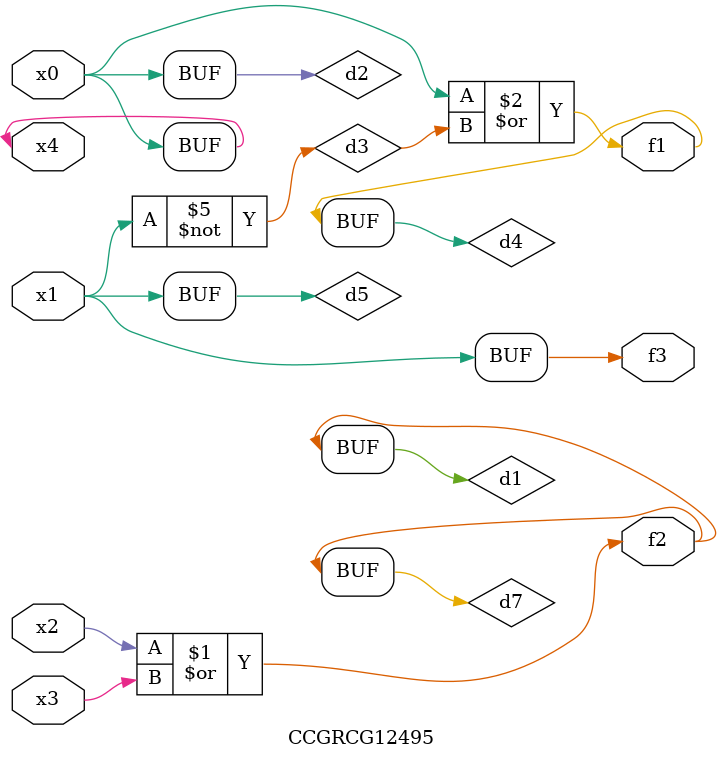
<source format=v>
module CCGRCG12495(
	input x0, x1, x2, x3, x4,
	output f1, f2, f3
);

	wire d1, d2, d3, d4, d5, d6, d7;

	or (d1, x2, x3);
	buf (d2, x0, x4);
	not (d3, x1);
	or (d4, d2, d3);
	not (d5, d3);
	nand (d6, d1, d3);
	or (d7, d1);
	assign f1 = d4;
	assign f2 = d7;
	assign f3 = d5;
endmodule

</source>
